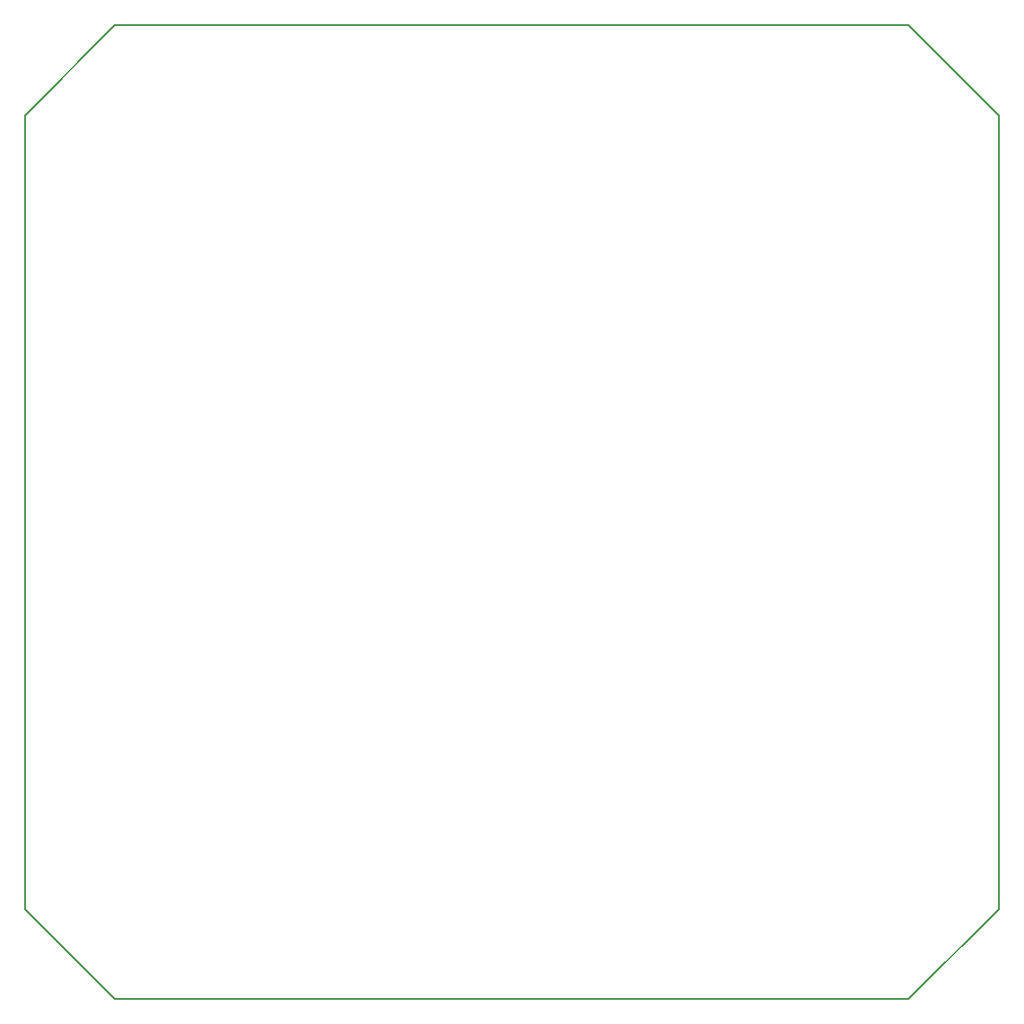
<source format=gbr>
G04 #@! TF.GenerationSoftware,KiCad,Pcbnew,no-vcs-found*
G04 #@! TF.CreationDate,2018-08-11T17:43:10-05:00*
G04 #@! TF.ProjectId,rtihu,72746968752E6B696361645F70636200,rev?*
G04 #@! TF.SameCoordinates,Original
G04 #@! TF.FileFunction,Profile,NP*
%FSLAX46Y46*%
G04 Gerber Fmt 4.6, Leading zero omitted, Abs format (unit mm)*
G04 Created by KiCad (PCBNEW no-vcs-found) date Sat Aug 11 17:43:10 2018*
%MOMM*%
%LPD*%
G01*
G04 APERTURE LIST*
%ADD10C,0.100000*%
%ADD11C,0.150000*%
G04 APERTURE END LIST*
D10*
D11*
X242000000Y-141500000D02*
X242000000Y-66500000D01*
X158500000Y-150000000D02*
X233500000Y-150000000D01*
X150000000Y-66500000D02*
X150000000Y-141500000D01*
X158500000Y-58000000D02*
X233500000Y-58000000D01*
X242000000Y-66500000D02*
X233500000Y-58000000D01*
X150000000Y-66500000D02*
X158500000Y-58000000D01*
X158500000Y-150000000D02*
X150000000Y-141500000D01*
X233500000Y-150000000D02*
X242000000Y-141500000D01*
M02*

</source>
